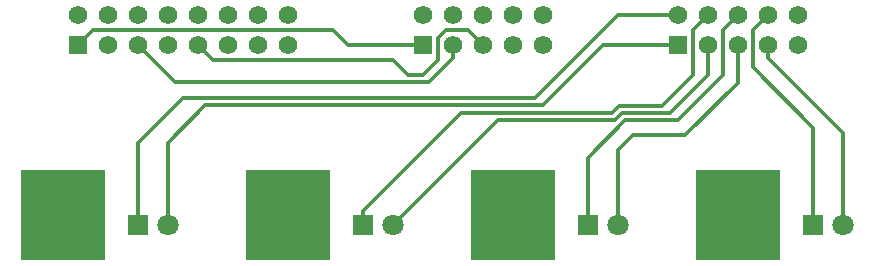
<source format=gbr>
G04 #@! TF.FileFunction,Copper,L2,Bot,Signal*
%FSLAX46Y46*%
G04 Gerber Fmt 4.6, Leading zero omitted, Abs format (unit mm)*
G04 Created by KiCad (PCBNEW 4.0.5) date 02/09/17 20:34:02*
%MOMM*%
%LPD*%
G01*
G04 APERTURE LIST*
%ADD10C,0.100000*%
%ADD11R,1.800000X1.800000*%
%ADD12C,1.800000*%
%ADD13R,1.574800X1.574800*%
%ADD14C,1.574800*%
%ADD15R,7.112000X7.620000*%
%ADD16C,0.304800*%
G04 APERTURE END LIST*
D10*
D11*
X123190000Y-128270000D03*
D12*
X125730000Y-128270000D03*
D11*
X142240000Y-128270000D03*
D12*
X144780000Y-128270000D03*
D11*
X161290000Y-128270000D03*
D12*
X163830000Y-128270000D03*
D11*
X180340000Y-128270000D03*
D12*
X182880000Y-128270000D03*
D13*
X147320000Y-113030000D03*
D14*
X147320000Y-110490000D03*
X149860000Y-113030000D03*
X149860000Y-110490000D03*
X152400000Y-113030000D03*
X152400000Y-110490000D03*
X154940000Y-113030000D03*
X154940000Y-110490000D03*
X157480000Y-113030000D03*
X157480000Y-110490000D03*
D15*
X116840000Y-127381000D03*
X135890000Y-127381000D03*
D13*
X118110000Y-113030000D03*
D14*
X118110000Y-110490000D03*
X120650000Y-113030000D03*
X120650000Y-110490000D03*
X123190000Y-113030000D03*
X123190000Y-110490000D03*
X125730000Y-113030000D03*
X125730000Y-110490000D03*
X128270000Y-113030000D03*
X128270000Y-110490000D03*
X130810000Y-113030000D03*
X130810000Y-110490000D03*
X133350000Y-113030000D03*
X133350000Y-110490000D03*
X135890000Y-113030000D03*
X135890000Y-110490000D03*
D15*
X154940000Y-127381000D03*
X173990000Y-127381000D03*
D13*
X168910000Y-113030000D03*
D14*
X168910000Y-110490000D03*
X171450000Y-113030000D03*
X171450000Y-110490000D03*
X173990000Y-113030000D03*
X173990000Y-110490000D03*
X176530000Y-113030000D03*
X176530000Y-110490000D03*
X179070000Y-113030000D03*
X179070000Y-110490000D03*
D16*
X123190000Y-128270000D02*
X123190000Y-121285000D01*
X123190000Y-121285000D02*
X127000000Y-117475000D01*
X127000000Y-117475000D02*
X156845000Y-117475000D01*
X156845000Y-117475000D02*
X163830000Y-110490000D01*
X163830000Y-110490000D02*
X168910000Y-110490000D01*
X168910000Y-113030000D02*
X162560000Y-113030000D01*
X162560000Y-113030000D02*
X157480000Y-118110000D01*
X157480000Y-118110000D02*
X128905000Y-118110000D01*
X128905000Y-118110000D02*
X125730000Y-121285000D01*
X125730000Y-121285000D02*
X125730000Y-128270000D01*
X170180000Y-111760000D02*
X170662601Y-111277399D01*
X170180000Y-115570000D02*
X170180000Y-111760000D01*
X163959982Y-118160778D02*
X167589222Y-118160778D01*
X163375760Y-118745000D02*
X163959982Y-118160778D01*
X167589222Y-118160778D02*
X170180000Y-115570000D01*
X142240000Y-127065200D02*
X150560200Y-118745000D01*
X150560200Y-118745000D02*
X163375760Y-118745000D01*
X170662601Y-111277399D02*
X171450000Y-110490000D01*
X142240000Y-128270000D02*
X142240000Y-127065200D01*
X163602880Y-119380000D02*
X153670000Y-119380000D01*
X145679999Y-127370001D02*
X144780000Y-128270000D01*
X168249611Y-118770389D02*
X164212491Y-118770389D01*
X171450000Y-115570000D02*
X168249611Y-118770389D01*
X171450000Y-113030000D02*
X171450000Y-115570000D01*
X153670000Y-119380000D02*
X145679999Y-127370001D01*
X164212491Y-118770389D02*
X163602880Y-119380000D01*
X161290000Y-128270000D02*
X161290000Y-122555000D01*
X161290000Y-122555000D02*
X164465000Y-119380000D01*
X164465000Y-119380000D02*
X168910000Y-119380000D01*
X172720000Y-111760000D02*
X173990000Y-110490000D01*
X168910000Y-119380000D02*
X172720000Y-115570000D01*
X172720000Y-115570000D02*
X172720000Y-111760000D01*
X173990000Y-113030000D02*
X173990000Y-116205000D01*
X173990000Y-116205000D02*
X169545000Y-120650000D01*
X163830000Y-121920000D02*
X163830000Y-128270000D01*
X169545000Y-120650000D02*
X165100000Y-120650000D01*
X165100000Y-120650000D02*
X163830000Y-121920000D01*
X180340000Y-128270000D02*
X180340000Y-120015000D01*
X175234601Y-114909601D02*
X175234601Y-111785399D01*
X180340000Y-120015000D02*
X175234601Y-114909601D01*
X175234601Y-111785399D02*
X176530000Y-110490000D01*
X182880000Y-120650000D02*
X182880000Y-128270000D01*
X182880000Y-120493551D02*
X182880000Y-120650000D01*
X176530000Y-113030000D02*
X176530000Y-114143551D01*
X176530000Y-114143551D02*
X182880000Y-120493551D01*
X118110000Y-113030000D02*
X119380000Y-111760000D01*
X119380000Y-111760000D02*
X139700000Y-111760000D01*
X139700000Y-111760000D02*
X140970000Y-113030000D01*
X140970000Y-113030000D02*
X147320000Y-113030000D01*
X126339610Y-116179610D02*
X147823941Y-116179610D01*
X149860000Y-114143551D02*
X149860000Y-113030000D01*
X147823941Y-116179610D02*
X149860000Y-114143551D01*
X123190000Y-113030000D02*
X126339610Y-116179610D01*
X128270000Y-113030000D02*
X129540000Y-114300000D01*
X129540000Y-114300000D02*
X144780000Y-114300000D01*
X144780000Y-114300000D02*
X146050000Y-115570000D01*
X146050000Y-115570000D02*
X147320000Y-115570000D01*
X147320000Y-115570000D02*
X148590000Y-114300000D01*
X148590000Y-114300000D02*
X148590000Y-112457990D01*
X148590000Y-112457990D02*
X149287990Y-111760000D01*
X149287990Y-111760000D02*
X151130000Y-111760000D01*
X151130000Y-111760000D02*
X152400000Y-113030000D01*
M02*

</source>
